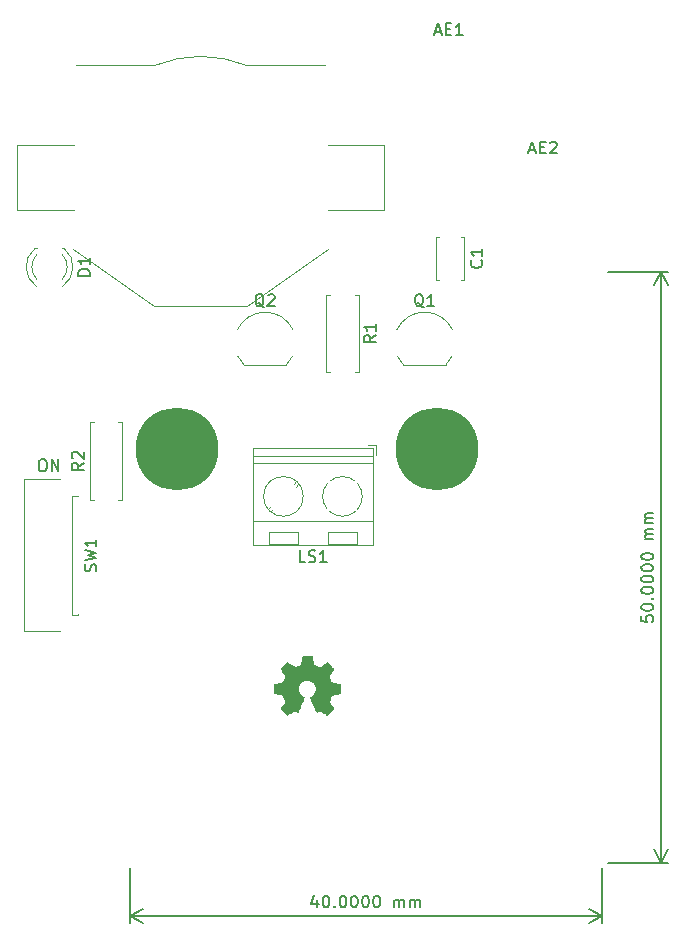
<source format=gbr>
G04 #@! TF.GenerationSoftware,KiCad,Pcbnew,7.0.8-7.0.8~ubuntu22.04.1*
G04 #@! TF.CreationDate,2024-03-20T18:35:26+09:00*
G04 #@! TF.ProjectId,emeater,656d6561-7465-4722-9e6b-696361645f70,rev?*
G04 #@! TF.SameCoordinates,Original*
G04 #@! TF.FileFunction,Legend,Top*
G04 #@! TF.FilePolarity,Positive*
%FSLAX46Y46*%
G04 Gerber Fmt 4.6, Leading zero omitted, Abs format (unit mm)*
G04 Created by KiCad (PCBNEW 7.0.8-7.0.8~ubuntu22.04.1) date 2024-03-20 18:35:26*
%MOMM*%
%LPD*%
G01*
G04 APERTURE LIST*
%ADD10C,0.150000*%
%ADD11C,0.002540*%
%ADD12C,0.120000*%
%ADD13C,7.000000*%
G04 APERTURE END LIST*
D10*
X102527255Y-90869819D02*
X102717731Y-90869819D01*
X102717731Y-90869819D02*
X102812969Y-90917438D01*
X102812969Y-90917438D02*
X102908207Y-91012676D01*
X102908207Y-91012676D02*
X102955826Y-91203152D01*
X102955826Y-91203152D02*
X102955826Y-91536485D01*
X102955826Y-91536485D02*
X102908207Y-91726961D01*
X102908207Y-91726961D02*
X102812969Y-91822200D01*
X102812969Y-91822200D02*
X102717731Y-91869819D01*
X102717731Y-91869819D02*
X102527255Y-91869819D01*
X102527255Y-91869819D02*
X102432017Y-91822200D01*
X102432017Y-91822200D02*
X102336779Y-91726961D01*
X102336779Y-91726961D02*
X102289160Y-91536485D01*
X102289160Y-91536485D02*
X102289160Y-91203152D01*
X102289160Y-91203152D02*
X102336779Y-91012676D01*
X102336779Y-91012676D02*
X102432017Y-90917438D01*
X102432017Y-90917438D02*
X102527255Y-90869819D01*
X103384398Y-91869819D02*
X103384398Y-90869819D01*
X103384398Y-90869819D02*
X103955826Y-91869819D01*
X103955826Y-91869819D02*
X103955826Y-90869819D01*
X125857143Y-128138152D02*
X125857143Y-128804819D01*
X125619048Y-127757200D02*
X125380953Y-128471485D01*
X125380953Y-128471485D02*
X126000000Y-128471485D01*
X126571429Y-127804819D02*
X126666667Y-127804819D01*
X126666667Y-127804819D02*
X126761905Y-127852438D01*
X126761905Y-127852438D02*
X126809524Y-127900057D01*
X126809524Y-127900057D02*
X126857143Y-127995295D01*
X126857143Y-127995295D02*
X126904762Y-128185771D01*
X126904762Y-128185771D02*
X126904762Y-128423866D01*
X126904762Y-128423866D02*
X126857143Y-128614342D01*
X126857143Y-128614342D02*
X126809524Y-128709580D01*
X126809524Y-128709580D02*
X126761905Y-128757200D01*
X126761905Y-128757200D02*
X126666667Y-128804819D01*
X126666667Y-128804819D02*
X126571429Y-128804819D01*
X126571429Y-128804819D02*
X126476191Y-128757200D01*
X126476191Y-128757200D02*
X126428572Y-128709580D01*
X126428572Y-128709580D02*
X126380953Y-128614342D01*
X126380953Y-128614342D02*
X126333334Y-128423866D01*
X126333334Y-128423866D02*
X126333334Y-128185771D01*
X126333334Y-128185771D02*
X126380953Y-127995295D01*
X126380953Y-127995295D02*
X126428572Y-127900057D01*
X126428572Y-127900057D02*
X126476191Y-127852438D01*
X126476191Y-127852438D02*
X126571429Y-127804819D01*
X127333334Y-128709580D02*
X127380953Y-128757200D01*
X127380953Y-128757200D02*
X127333334Y-128804819D01*
X127333334Y-128804819D02*
X127285715Y-128757200D01*
X127285715Y-128757200D02*
X127333334Y-128709580D01*
X127333334Y-128709580D02*
X127333334Y-128804819D01*
X128000000Y-127804819D02*
X128095238Y-127804819D01*
X128095238Y-127804819D02*
X128190476Y-127852438D01*
X128190476Y-127852438D02*
X128238095Y-127900057D01*
X128238095Y-127900057D02*
X128285714Y-127995295D01*
X128285714Y-127995295D02*
X128333333Y-128185771D01*
X128333333Y-128185771D02*
X128333333Y-128423866D01*
X128333333Y-128423866D02*
X128285714Y-128614342D01*
X128285714Y-128614342D02*
X128238095Y-128709580D01*
X128238095Y-128709580D02*
X128190476Y-128757200D01*
X128190476Y-128757200D02*
X128095238Y-128804819D01*
X128095238Y-128804819D02*
X128000000Y-128804819D01*
X128000000Y-128804819D02*
X127904762Y-128757200D01*
X127904762Y-128757200D02*
X127857143Y-128709580D01*
X127857143Y-128709580D02*
X127809524Y-128614342D01*
X127809524Y-128614342D02*
X127761905Y-128423866D01*
X127761905Y-128423866D02*
X127761905Y-128185771D01*
X127761905Y-128185771D02*
X127809524Y-127995295D01*
X127809524Y-127995295D02*
X127857143Y-127900057D01*
X127857143Y-127900057D02*
X127904762Y-127852438D01*
X127904762Y-127852438D02*
X128000000Y-127804819D01*
X128952381Y-127804819D02*
X129047619Y-127804819D01*
X129047619Y-127804819D02*
X129142857Y-127852438D01*
X129142857Y-127852438D02*
X129190476Y-127900057D01*
X129190476Y-127900057D02*
X129238095Y-127995295D01*
X129238095Y-127995295D02*
X129285714Y-128185771D01*
X129285714Y-128185771D02*
X129285714Y-128423866D01*
X129285714Y-128423866D02*
X129238095Y-128614342D01*
X129238095Y-128614342D02*
X129190476Y-128709580D01*
X129190476Y-128709580D02*
X129142857Y-128757200D01*
X129142857Y-128757200D02*
X129047619Y-128804819D01*
X129047619Y-128804819D02*
X128952381Y-128804819D01*
X128952381Y-128804819D02*
X128857143Y-128757200D01*
X128857143Y-128757200D02*
X128809524Y-128709580D01*
X128809524Y-128709580D02*
X128761905Y-128614342D01*
X128761905Y-128614342D02*
X128714286Y-128423866D01*
X128714286Y-128423866D02*
X128714286Y-128185771D01*
X128714286Y-128185771D02*
X128761905Y-127995295D01*
X128761905Y-127995295D02*
X128809524Y-127900057D01*
X128809524Y-127900057D02*
X128857143Y-127852438D01*
X128857143Y-127852438D02*
X128952381Y-127804819D01*
X129904762Y-127804819D02*
X130000000Y-127804819D01*
X130000000Y-127804819D02*
X130095238Y-127852438D01*
X130095238Y-127852438D02*
X130142857Y-127900057D01*
X130142857Y-127900057D02*
X130190476Y-127995295D01*
X130190476Y-127995295D02*
X130238095Y-128185771D01*
X130238095Y-128185771D02*
X130238095Y-128423866D01*
X130238095Y-128423866D02*
X130190476Y-128614342D01*
X130190476Y-128614342D02*
X130142857Y-128709580D01*
X130142857Y-128709580D02*
X130095238Y-128757200D01*
X130095238Y-128757200D02*
X130000000Y-128804819D01*
X130000000Y-128804819D02*
X129904762Y-128804819D01*
X129904762Y-128804819D02*
X129809524Y-128757200D01*
X129809524Y-128757200D02*
X129761905Y-128709580D01*
X129761905Y-128709580D02*
X129714286Y-128614342D01*
X129714286Y-128614342D02*
X129666667Y-128423866D01*
X129666667Y-128423866D02*
X129666667Y-128185771D01*
X129666667Y-128185771D02*
X129714286Y-127995295D01*
X129714286Y-127995295D02*
X129761905Y-127900057D01*
X129761905Y-127900057D02*
X129809524Y-127852438D01*
X129809524Y-127852438D02*
X129904762Y-127804819D01*
X130857143Y-127804819D02*
X130952381Y-127804819D01*
X130952381Y-127804819D02*
X131047619Y-127852438D01*
X131047619Y-127852438D02*
X131095238Y-127900057D01*
X131095238Y-127900057D02*
X131142857Y-127995295D01*
X131142857Y-127995295D02*
X131190476Y-128185771D01*
X131190476Y-128185771D02*
X131190476Y-128423866D01*
X131190476Y-128423866D02*
X131142857Y-128614342D01*
X131142857Y-128614342D02*
X131095238Y-128709580D01*
X131095238Y-128709580D02*
X131047619Y-128757200D01*
X131047619Y-128757200D02*
X130952381Y-128804819D01*
X130952381Y-128804819D02*
X130857143Y-128804819D01*
X130857143Y-128804819D02*
X130761905Y-128757200D01*
X130761905Y-128757200D02*
X130714286Y-128709580D01*
X130714286Y-128709580D02*
X130666667Y-128614342D01*
X130666667Y-128614342D02*
X130619048Y-128423866D01*
X130619048Y-128423866D02*
X130619048Y-128185771D01*
X130619048Y-128185771D02*
X130666667Y-127995295D01*
X130666667Y-127995295D02*
X130714286Y-127900057D01*
X130714286Y-127900057D02*
X130761905Y-127852438D01*
X130761905Y-127852438D02*
X130857143Y-127804819D01*
X132380953Y-128804819D02*
X132380953Y-128138152D01*
X132380953Y-128233390D02*
X132428572Y-128185771D01*
X132428572Y-128185771D02*
X132523810Y-128138152D01*
X132523810Y-128138152D02*
X132666667Y-128138152D01*
X132666667Y-128138152D02*
X132761905Y-128185771D01*
X132761905Y-128185771D02*
X132809524Y-128281009D01*
X132809524Y-128281009D02*
X132809524Y-128804819D01*
X132809524Y-128281009D02*
X132857143Y-128185771D01*
X132857143Y-128185771D02*
X132952381Y-128138152D01*
X132952381Y-128138152D02*
X133095238Y-128138152D01*
X133095238Y-128138152D02*
X133190477Y-128185771D01*
X133190477Y-128185771D02*
X133238096Y-128281009D01*
X133238096Y-128281009D02*
X133238096Y-128804819D01*
X133714286Y-128804819D02*
X133714286Y-128138152D01*
X133714286Y-128233390D02*
X133761905Y-128185771D01*
X133761905Y-128185771D02*
X133857143Y-128138152D01*
X133857143Y-128138152D02*
X134000000Y-128138152D01*
X134000000Y-128138152D02*
X134095238Y-128185771D01*
X134095238Y-128185771D02*
X134142857Y-128281009D01*
X134142857Y-128281009D02*
X134142857Y-128804819D01*
X134142857Y-128281009D02*
X134190476Y-128185771D01*
X134190476Y-128185771D02*
X134285714Y-128138152D01*
X134285714Y-128138152D02*
X134428571Y-128138152D01*
X134428571Y-128138152D02*
X134523810Y-128185771D01*
X134523810Y-128185771D02*
X134571429Y-128281009D01*
X134571429Y-128281009D02*
X134571429Y-128804819D01*
X110000000Y-125500000D02*
X110000000Y-130086420D01*
X150000000Y-125500000D02*
X150000000Y-130086420D01*
X110000000Y-129500000D02*
X150000000Y-129500000D01*
X110000000Y-129500000D02*
X150000000Y-129500000D01*
X110000000Y-129500000D02*
X111126504Y-128913579D01*
X110000000Y-129500000D02*
X111126504Y-130086421D01*
X150000000Y-129500000D02*
X148873496Y-130086421D01*
X150000000Y-129500000D02*
X148873496Y-128913579D01*
X153304819Y-104095237D02*
X153304819Y-104571427D01*
X153304819Y-104571427D02*
X153781009Y-104619046D01*
X153781009Y-104619046D02*
X153733390Y-104571427D01*
X153733390Y-104571427D02*
X153685771Y-104476189D01*
X153685771Y-104476189D02*
X153685771Y-104238094D01*
X153685771Y-104238094D02*
X153733390Y-104142856D01*
X153733390Y-104142856D02*
X153781009Y-104095237D01*
X153781009Y-104095237D02*
X153876247Y-104047618D01*
X153876247Y-104047618D02*
X154114342Y-104047618D01*
X154114342Y-104047618D02*
X154209580Y-104095237D01*
X154209580Y-104095237D02*
X154257200Y-104142856D01*
X154257200Y-104142856D02*
X154304819Y-104238094D01*
X154304819Y-104238094D02*
X154304819Y-104476189D01*
X154304819Y-104476189D02*
X154257200Y-104571427D01*
X154257200Y-104571427D02*
X154209580Y-104619046D01*
X153304819Y-103428570D02*
X153304819Y-103333332D01*
X153304819Y-103333332D02*
X153352438Y-103238094D01*
X153352438Y-103238094D02*
X153400057Y-103190475D01*
X153400057Y-103190475D02*
X153495295Y-103142856D01*
X153495295Y-103142856D02*
X153685771Y-103095237D01*
X153685771Y-103095237D02*
X153923866Y-103095237D01*
X153923866Y-103095237D02*
X154114342Y-103142856D01*
X154114342Y-103142856D02*
X154209580Y-103190475D01*
X154209580Y-103190475D02*
X154257200Y-103238094D01*
X154257200Y-103238094D02*
X154304819Y-103333332D01*
X154304819Y-103333332D02*
X154304819Y-103428570D01*
X154304819Y-103428570D02*
X154257200Y-103523808D01*
X154257200Y-103523808D02*
X154209580Y-103571427D01*
X154209580Y-103571427D02*
X154114342Y-103619046D01*
X154114342Y-103619046D02*
X153923866Y-103666665D01*
X153923866Y-103666665D02*
X153685771Y-103666665D01*
X153685771Y-103666665D02*
X153495295Y-103619046D01*
X153495295Y-103619046D02*
X153400057Y-103571427D01*
X153400057Y-103571427D02*
X153352438Y-103523808D01*
X153352438Y-103523808D02*
X153304819Y-103428570D01*
X154209580Y-102666665D02*
X154257200Y-102619046D01*
X154257200Y-102619046D02*
X154304819Y-102666665D01*
X154304819Y-102666665D02*
X154257200Y-102714284D01*
X154257200Y-102714284D02*
X154209580Y-102666665D01*
X154209580Y-102666665D02*
X154304819Y-102666665D01*
X153304819Y-101999999D02*
X153304819Y-101904761D01*
X153304819Y-101904761D02*
X153352438Y-101809523D01*
X153352438Y-101809523D02*
X153400057Y-101761904D01*
X153400057Y-101761904D02*
X153495295Y-101714285D01*
X153495295Y-101714285D02*
X153685771Y-101666666D01*
X153685771Y-101666666D02*
X153923866Y-101666666D01*
X153923866Y-101666666D02*
X154114342Y-101714285D01*
X154114342Y-101714285D02*
X154209580Y-101761904D01*
X154209580Y-101761904D02*
X154257200Y-101809523D01*
X154257200Y-101809523D02*
X154304819Y-101904761D01*
X154304819Y-101904761D02*
X154304819Y-101999999D01*
X154304819Y-101999999D02*
X154257200Y-102095237D01*
X154257200Y-102095237D02*
X154209580Y-102142856D01*
X154209580Y-102142856D02*
X154114342Y-102190475D01*
X154114342Y-102190475D02*
X153923866Y-102238094D01*
X153923866Y-102238094D02*
X153685771Y-102238094D01*
X153685771Y-102238094D02*
X153495295Y-102190475D01*
X153495295Y-102190475D02*
X153400057Y-102142856D01*
X153400057Y-102142856D02*
X153352438Y-102095237D01*
X153352438Y-102095237D02*
X153304819Y-101999999D01*
X153304819Y-101047618D02*
X153304819Y-100952380D01*
X153304819Y-100952380D02*
X153352438Y-100857142D01*
X153352438Y-100857142D02*
X153400057Y-100809523D01*
X153400057Y-100809523D02*
X153495295Y-100761904D01*
X153495295Y-100761904D02*
X153685771Y-100714285D01*
X153685771Y-100714285D02*
X153923866Y-100714285D01*
X153923866Y-100714285D02*
X154114342Y-100761904D01*
X154114342Y-100761904D02*
X154209580Y-100809523D01*
X154209580Y-100809523D02*
X154257200Y-100857142D01*
X154257200Y-100857142D02*
X154304819Y-100952380D01*
X154304819Y-100952380D02*
X154304819Y-101047618D01*
X154304819Y-101047618D02*
X154257200Y-101142856D01*
X154257200Y-101142856D02*
X154209580Y-101190475D01*
X154209580Y-101190475D02*
X154114342Y-101238094D01*
X154114342Y-101238094D02*
X153923866Y-101285713D01*
X153923866Y-101285713D02*
X153685771Y-101285713D01*
X153685771Y-101285713D02*
X153495295Y-101238094D01*
X153495295Y-101238094D02*
X153400057Y-101190475D01*
X153400057Y-101190475D02*
X153352438Y-101142856D01*
X153352438Y-101142856D02*
X153304819Y-101047618D01*
X153304819Y-100095237D02*
X153304819Y-99999999D01*
X153304819Y-99999999D02*
X153352438Y-99904761D01*
X153352438Y-99904761D02*
X153400057Y-99857142D01*
X153400057Y-99857142D02*
X153495295Y-99809523D01*
X153495295Y-99809523D02*
X153685771Y-99761904D01*
X153685771Y-99761904D02*
X153923866Y-99761904D01*
X153923866Y-99761904D02*
X154114342Y-99809523D01*
X154114342Y-99809523D02*
X154209580Y-99857142D01*
X154209580Y-99857142D02*
X154257200Y-99904761D01*
X154257200Y-99904761D02*
X154304819Y-99999999D01*
X154304819Y-99999999D02*
X154304819Y-100095237D01*
X154304819Y-100095237D02*
X154257200Y-100190475D01*
X154257200Y-100190475D02*
X154209580Y-100238094D01*
X154209580Y-100238094D02*
X154114342Y-100285713D01*
X154114342Y-100285713D02*
X153923866Y-100333332D01*
X153923866Y-100333332D02*
X153685771Y-100333332D01*
X153685771Y-100333332D02*
X153495295Y-100285713D01*
X153495295Y-100285713D02*
X153400057Y-100238094D01*
X153400057Y-100238094D02*
X153352438Y-100190475D01*
X153352438Y-100190475D02*
X153304819Y-100095237D01*
X153304819Y-99142856D02*
X153304819Y-99047618D01*
X153304819Y-99047618D02*
X153352438Y-98952380D01*
X153352438Y-98952380D02*
X153400057Y-98904761D01*
X153400057Y-98904761D02*
X153495295Y-98857142D01*
X153495295Y-98857142D02*
X153685771Y-98809523D01*
X153685771Y-98809523D02*
X153923866Y-98809523D01*
X153923866Y-98809523D02*
X154114342Y-98857142D01*
X154114342Y-98857142D02*
X154209580Y-98904761D01*
X154209580Y-98904761D02*
X154257200Y-98952380D01*
X154257200Y-98952380D02*
X154304819Y-99047618D01*
X154304819Y-99047618D02*
X154304819Y-99142856D01*
X154304819Y-99142856D02*
X154257200Y-99238094D01*
X154257200Y-99238094D02*
X154209580Y-99285713D01*
X154209580Y-99285713D02*
X154114342Y-99333332D01*
X154114342Y-99333332D02*
X153923866Y-99380951D01*
X153923866Y-99380951D02*
X153685771Y-99380951D01*
X153685771Y-99380951D02*
X153495295Y-99333332D01*
X153495295Y-99333332D02*
X153400057Y-99285713D01*
X153400057Y-99285713D02*
X153352438Y-99238094D01*
X153352438Y-99238094D02*
X153304819Y-99142856D01*
X154304819Y-97619046D02*
X153638152Y-97619046D01*
X153733390Y-97619046D02*
X153685771Y-97571427D01*
X153685771Y-97571427D02*
X153638152Y-97476189D01*
X153638152Y-97476189D02*
X153638152Y-97333332D01*
X153638152Y-97333332D02*
X153685771Y-97238094D01*
X153685771Y-97238094D02*
X153781009Y-97190475D01*
X153781009Y-97190475D02*
X154304819Y-97190475D01*
X153781009Y-97190475D02*
X153685771Y-97142856D01*
X153685771Y-97142856D02*
X153638152Y-97047618D01*
X153638152Y-97047618D02*
X153638152Y-96904761D01*
X153638152Y-96904761D02*
X153685771Y-96809522D01*
X153685771Y-96809522D02*
X153781009Y-96761903D01*
X153781009Y-96761903D02*
X154304819Y-96761903D01*
X154304819Y-96285713D02*
X153638152Y-96285713D01*
X153733390Y-96285713D02*
X153685771Y-96238094D01*
X153685771Y-96238094D02*
X153638152Y-96142856D01*
X153638152Y-96142856D02*
X153638152Y-95999999D01*
X153638152Y-95999999D02*
X153685771Y-95904761D01*
X153685771Y-95904761D02*
X153781009Y-95857142D01*
X153781009Y-95857142D02*
X154304819Y-95857142D01*
X153781009Y-95857142D02*
X153685771Y-95809523D01*
X153685771Y-95809523D02*
X153638152Y-95714285D01*
X153638152Y-95714285D02*
X153638152Y-95571428D01*
X153638152Y-95571428D02*
X153685771Y-95476189D01*
X153685771Y-95476189D02*
X153781009Y-95428570D01*
X153781009Y-95428570D02*
X154304819Y-95428570D01*
X150500000Y-125000000D02*
X155586420Y-125000000D01*
X150500000Y-75000000D02*
X155586420Y-75000000D01*
X155000000Y-125000000D02*
X155000000Y-75000000D01*
X155000000Y-125000000D02*
X155000000Y-75000000D01*
X155000000Y-125000000D02*
X154413579Y-123873496D01*
X155000000Y-125000000D02*
X155586421Y-123873496D01*
X155000000Y-75000000D02*
X155586421Y-76126504D01*
X155000000Y-75000000D02*
X154413579Y-76126504D01*
X106084819Y-91166666D02*
X105608628Y-91499999D01*
X106084819Y-91738094D02*
X105084819Y-91738094D01*
X105084819Y-91738094D02*
X105084819Y-91357142D01*
X105084819Y-91357142D02*
X105132438Y-91261904D01*
X105132438Y-91261904D02*
X105180057Y-91214285D01*
X105180057Y-91214285D02*
X105275295Y-91166666D01*
X105275295Y-91166666D02*
X105418152Y-91166666D01*
X105418152Y-91166666D02*
X105513390Y-91214285D01*
X105513390Y-91214285D02*
X105561009Y-91261904D01*
X105561009Y-91261904D02*
X105608628Y-91357142D01*
X105608628Y-91357142D02*
X105608628Y-91738094D01*
X105180057Y-90785713D02*
X105132438Y-90738094D01*
X105132438Y-90738094D02*
X105084819Y-90642856D01*
X105084819Y-90642856D02*
X105084819Y-90404761D01*
X105084819Y-90404761D02*
X105132438Y-90309523D01*
X105132438Y-90309523D02*
X105180057Y-90261904D01*
X105180057Y-90261904D02*
X105275295Y-90214285D01*
X105275295Y-90214285D02*
X105370533Y-90214285D01*
X105370533Y-90214285D02*
X105513390Y-90261904D01*
X105513390Y-90261904D02*
X106084819Y-90833332D01*
X106084819Y-90833332D02*
X106084819Y-90214285D01*
X106614819Y-75308094D02*
X105614819Y-75308094D01*
X105614819Y-75308094D02*
X105614819Y-75069999D01*
X105614819Y-75069999D02*
X105662438Y-74927142D01*
X105662438Y-74927142D02*
X105757676Y-74831904D01*
X105757676Y-74831904D02*
X105852914Y-74784285D01*
X105852914Y-74784285D02*
X106043390Y-74736666D01*
X106043390Y-74736666D02*
X106186247Y-74736666D01*
X106186247Y-74736666D02*
X106376723Y-74784285D01*
X106376723Y-74784285D02*
X106471961Y-74831904D01*
X106471961Y-74831904D02*
X106567200Y-74927142D01*
X106567200Y-74927142D02*
X106614819Y-75069999D01*
X106614819Y-75069999D02*
X106614819Y-75308094D01*
X106614819Y-73784285D02*
X106614819Y-74355713D01*
X106614819Y-74069999D02*
X105614819Y-74069999D01*
X105614819Y-74069999D02*
X105757676Y-74165237D01*
X105757676Y-74165237D02*
X105852914Y-74260475D01*
X105852914Y-74260475D02*
X105900533Y-74355713D01*
X143833333Y-64669104D02*
X144309523Y-64669104D01*
X143738095Y-64954819D02*
X144071428Y-63954819D01*
X144071428Y-63954819D02*
X144404761Y-64954819D01*
X144738095Y-64431009D02*
X145071428Y-64431009D01*
X145214285Y-64954819D02*
X144738095Y-64954819D01*
X144738095Y-64954819D02*
X144738095Y-63954819D01*
X144738095Y-63954819D02*
X145214285Y-63954819D01*
X145595238Y-64050057D02*
X145642857Y-64002438D01*
X145642857Y-64002438D02*
X145738095Y-63954819D01*
X145738095Y-63954819D02*
X145976190Y-63954819D01*
X145976190Y-63954819D02*
X146071428Y-64002438D01*
X146071428Y-64002438D02*
X146119047Y-64050057D01*
X146119047Y-64050057D02*
X146166666Y-64145295D01*
X146166666Y-64145295D02*
X146166666Y-64240533D01*
X146166666Y-64240533D02*
X146119047Y-64383390D01*
X146119047Y-64383390D02*
X145547619Y-64954819D01*
X145547619Y-64954819D02*
X146166666Y-64954819D01*
X135833333Y-54669104D02*
X136309523Y-54669104D01*
X135738095Y-54954819D02*
X136071428Y-53954819D01*
X136071428Y-53954819D02*
X136404761Y-54954819D01*
X136738095Y-54431009D02*
X137071428Y-54431009D01*
X137214285Y-54954819D02*
X136738095Y-54954819D01*
X136738095Y-54954819D02*
X136738095Y-53954819D01*
X136738095Y-53954819D02*
X137214285Y-53954819D01*
X138166666Y-54954819D02*
X137595238Y-54954819D01*
X137880952Y-54954819D02*
X137880952Y-53954819D01*
X137880952Y-53954819D02*
X137785714Y-54097676D01*
X137785714Y-54097676D02*
X137690476Y-54192914D01*
X137690476Y-54192914D02*
X137595238Y-54240533D01*
X124857142Y-99564819D02*
X124380952Y-99564819D01*
X124380952Y-99564819D02*
X124380952Y-98564819D01*
X125142857Y-99517200D02*
X125285714Y-99564819D01*
X125285714Y-99564819D02*
X125523809Y-99564819D01*
X125523809Y-99564819D02*
X125619047Y-99517200D01*
X125619047Y-99517200D02*
X125666666Y-99469580D01*
X125666666Y-99469580D02*
X125714285Y-99374342D01*
X125714285Y-99374342D02*
X125714285Y-99279104D01*
X125714285Y-99279104D02*
X125666666Y-99183866D01*
X125666666Y-99183866D02*
X125619047Y-99136247D01*
X125619047Y-99136247D02*
X125523809Y-99088628D01*
X125523809Y-99088628D02*
X125333333Y-99041009D01*
X125333333Y-99041009D02*
X125238095Y-98993390D01*
X125238095Y-98993390D02*
X125190476Y-98945771D01*
X125190476Y-98945771D02*
X125142857Y-98850533D01*
X125142857Y-98850533D02*
X125142857Y-98755295D01*
X125142857Y-98755295D02*
X125190476Y-98660057D01*
X125190476Y-98660057D02*
X125238095Y-98612438D01*
X125238095Y-98612438D02*
X125333333Y-98564819D01*
X125333333Y-98564819D02*
X125571428Y-98564819D01*
X125571428Y-98564819D02*
X125714285Y-98612438D01*
X126666666Y-99564819D02*
X126095238Y-99564819D01*
X126380952Y-99564819D02*
X126380952Y-98564819D01*
X126380952Y-98564819D02*
X126285714Y-98707676D01*
X126285714Y-98707676D02*
X126190476Y-98802914D01*
X126190476Y-98802914D02*
X126095238Y-98850533D01*
X121364761Y-77990057D02*
X121269523Y-77942438D01*
X121269523Y-77942438D02*
X121174285Y-77847200D01*
X121174285Y-77847200D02*
X121031428Y-77704342D01*
X121031428Y-77704342D02*
X120936190Y-77656723D01*
X120936190Y-77656723D02*
X120840952Y-77656723D01*
X120888571Y-77894819D02*
X120793333Y-77847200D01*
X120793333Y-77847200D02*
X120698095Y-77751961D01*
X120698095Y-77751961D02*
X120650476Y-77561485D01*
X120650476Y-77561485D02*
X120650476Y-77228152D01*
X120650476Y-77228152D02*
X120698095Y-77037676D01*
X120698095Y-77037676D02*
X120793333Y-76942438D01*
X120793333Y-76942438D02*
X120888571Y-76894819D01*
X120888571Y-76894819D02*
X121079047Y-76894819D01*
X121079047Y-76894819D02*
X121174285Y-76942438D01*
X121174285Y-76942438D02*
X121269523Y-77037676D01*
X121269523Y-77037676D02*
X121317142Y-77228152D01*
X121317142Y-77228152D02*
X121317142Y-77561485D01*
X121317142Y-77561485D02*
X121269523Y-77751961D01*
X121269523Y-77751961D02*
X121174285Y-77847200D01*
X121174285Y-77847200D02*
X121079047Y-77894819D01*
X121079047Y-77894819D02*
X120888571Y-77894819D01*
X121698095Y-76990057D02*
X121745714Y-76942438D01*
X121745714Y-76942438D02*
X121840952Y-76894819D01*
X121840952Y-76894819D02*
X122079047Y-76894819D01*
X122079047Y-76894819D02*
X122174285Y-76942438D01*
X122174285Y-76942438D02*
X122221904Y-76990057D01*
X122221904Y-76990057D02*
X122269523Y-77085295D01*
X122269523Y-77085295D02*
X122269523Y-77180533D01*
X122269523Y-77180533D02*
X122221904Y-77323390D01*
X122221904Y-77323390D02*
X121650476Y-77894819D01*
X121650476Y-77894819D02*
X122269523Y-77894819D01*
X130824819Y-80356666D02*
X130348628Y-80689999D01*
X130824819Y-80928094D02*
X129824819Y-80928094D01*
X129824819Y-80928094D02*
X129824819Y-80547142D01*
X129824819Y-80547142D02*
X129872438Y-80451904D01*
X129872438Y-80451904D02*
X129920057Y-80404285D01*
X129920057Y-80404285D02*
X130015295Y-80356666D01*
X130015295Y-80356666D02*
X130158152Y-80356666D01*
X130158152Y-80356666D02*
X130253390Y-80404285D01*
X130253390Y-80404285D02*
X130301009Y-80451904D01*
X130301009Y-80451904D02*
X130348628Y-80547142D01*
X130348628Y-80547142D02*
X130348628Y-80928094D01*
X130824819Y-79404285D02*
X130824819Y-79975713D01*
X130824819Y-79689999D02*
X129824819Y-79689999D01*
X129824819Y-79689999D02*
X129967676Y-79785237D01*
X129967676Y-79785237D02*
X130062914Y-79880475D01*
X130062914Y-79880475D02*
X130110533Y-79975713D01*
X107117200Y-100333332D02*
X107164819Y-100190475D01*
X107164819Y-100190475D02*
X107164819Y-99952380D01*
X107164819Y-99952380D02*
X107117200Y-99857142D01*
X107117200Y-99857142D02*
X107069580Y-99809523D01*
X107069580Y-99809523D02*
X106974342Y-99761904D01*
X106974342Y-99761904D02*
X106879104Y-99761904D01*
X106879104Y-99761904D02*
X106783866Y-99809523D01*
X106783866Y-99809523D02*
X106736247Y-99857142D01*
X106736247Y-99857142D02*
X106688628Y-99952380D01*
X106688628Y-99952380D02*
X106641009Y-100142856D01*
X106641009Y-100142856D02*
X106593390Y-100238094D01*
X106593390Y-100238094D02*
X106545771Y-100285713D01*
X106545771Y-100285713D02*
X106450533Y-100333332D01*
X106450533Y-100333332D02*
X106355295Y-100333332D01*
X106355295Y-100333332D02*
X106260057Y-100285713D01*
X106260057Y-100285713D02*
X106212438Y-100238094D01*
X106212438Y-100238094D02*
X106164819Y-100142856D01*
X106164819Y-100142856D02*
X106164819Y-99904761D01*
X106164819Y-99904761D02*
X106212438Y-99761904D01*
X106164819Y-99428570D02*
X107164819Y-99190475D01*
X107164819Y-99190475D02*
X106450533Y-98999999D01*
X106450533Y-98999999D02*
X107164819Y-98809523D01*
X107164819Y-98809523D02*
X106164819Y-98571428D01*
X107164819Y-97666666D02*
X107164819Y-98238094D01*
X107164819Y-97952380D02*
X106164819Y-97952380D01*
X106164819Y-97952380D02*
X106307676Y-98047618D01*
X106307676Y-98047618D02*
X106402914Y-98142856D01*
X106402914Y-98142856D02*
X106450533Y-98238094D01*
X134864761Y-77990057D02*
X134769523Y-77942438D01*
X134769523Y-77942438D02*
X134674285Y-77847200D01*
X134674285Y-77847200D02*
X134531428Y-77704342D01*
X134531428Y-77704342D02*
X134436190Y-77656723D01*
X134436190Y-77656723D02*
X134340952Y-77656723D01*
X134388571Y-77894819D02*
X134293333Y-77847200D01*
X134293333Y-77847200D02*
X134198095Y-77751961D01*
X134198095Y-77751961D02*
X134150476Y-77561485D01*
X134150476Y-77561485D02*
X134150476Y-77228152D01*
X134150476Y-77228152D02*
X134198095Y-77037676D01*
X134198095Y-77037676D02*
X134293333Y-76942438D01*
X134293333Y-76942438D02*
X134388571Y-76894819D01*
X134388571Y-76894819D02*
X134579047Y-76894819D01*
X134579047Y-76894819D02*
X134674285Y-76942438D01*
X134674285Y-76942438D02*
X134769523Y-77037676D01*
X134769523Y-77037676D02*
X134817142Y-77228152D01*
X134817142Y-77228152D02*
X134817142Y-77561485D01*
X134817142Y-77561485D02*
X134769523Y-77751961D01*
X134769523Y-77751961D02*
X134674285Y-77847200D01*
X134674285Y-77847200D02*
X134579047Y-77894819D01*
X134579047Y-77894819D02*
X134388571Y-77894819D01*
X135769523Y-77894819D02*
X135198095Y-77894819D01*
X135483809Y-77894819D02*
X135483809Y-76894819D01*
X135483809Y-76894819D02*
X135388571Y-77037676D01*
X135388571Y-77037676D02*
X135293333Y-77132914D01*
X135293333Y-77132914D02*
X135198095Y-77180533D01*
X139759580Y-74016666D02*
X139807200Y-74064285D01*
X139807200Y-74064285D02*
X139854819Y-74207142D01*
X139854819Y-74207142D02*
X139854819Y-74302380D01*
X139854819Y-74302380D02*
X139807200Y-74445237D01*
X139807200Y-74445237D02*
X139711961Y-74540475D01*
X139711961Y-74540475D02*
X139616723Y-74588094D01*
X139616723Y-74588094D02*
X139426247Y-74635713D01*
X139426247Y-74635713D02*
X139283390Y-74635713D01*
X139283390Y-74635713D02*
X139092914Y-74588094D01*
X139092914Y-74588094D02*
X138997676Y-74540475D01*
X138997676Y-74540475D02*
X138902438Y-74445237D01*
X138902438Y-74445237D02*
X138854819Y-74302380D01*
X138854819Y-74302380D02*
X138854819Y-74207142D01*
X138854819Y-74207142D02*
X138902438Y-74064285D01*
X138902438Y-74064285D02*
X138950057Y-74016666D01*
X139854819Y-73064285D02*
X139854819Y-73635713D01*
X139854819Y-73349999D02*
X138854819Y-73349999D01*
X138854819Y-73349999D02*
X138997676Y-73445237D01*
X138997676Y-73445237D02*
X139092914Y-73540475D01*
X139092914Y-73540475D02*
X139140533Y-73635713D01*
D11*
X125302260Y-107503180D02*
X125365760Y-107508260D01*
X125386080Y-107513340D01*
X125393700Y-107543820D01*
X125408940Y-107620020D01*
X125429260Y-107729240D01*
X125454660Y-107861320D01*
X125459740Y-107884180D01*
X125485140Y-108021340D01*
X125508000Y-108135640D01*
X125528320Y-108219460D01*
X125541020Y-108257560D01*
X125541020Y-108260100D01*
X125574040Y-108277880D01*
X125645160Y-108310900D01*
X125736600Y-108349000D01*
X125840740Y-108392180D01*
X125937260Y-108427740D01*
X126016000Y-108455680D01*
X126061720Y-108470920D01*
X126066800Y-108470920D01*
X126094740Y-108453140D01*
X126160780Y-108409960D01*
X126254760Y-108346460D01*
X126366520Y-108270260D01*
X126374140Y-108265180D01*
X126485900Y-108188980D01*
X126582420Y-108122940D01*
X126651000Y-108077220D01*
X126684020Y-108056900D01*
X126686560Y-108056900D01*
X126709420Y-108064520D01*
X126755140Y-108102620D01*
X126831340Y-108171200D01*
X126938020Y-108277880D01*
X126968500Y-108308360D01*
X127067560Y-108404880D01*
X127148840Y-108491240D01*
X127204720Y-108554740D01*
X127230120Y-108587760D01*
X127214880Y-108618240D01*
X127174240Y-108686820D01*
X127113280Y-108780800D01*
X127037080Y-108892560D01*
X127032000Y-108900180D01*
X126953260Y-109011940D01*
X126889760Y-109105920D01*
X126844040Y-109174500D01*
X126826260Y-109207520D01*
X126823720Y-109207520D01*
X126831340Y-109238000D01*
X126856740Y-109309120D01*
X126894840Y-109400560D01*
X126938020Y-109504700D01*
X126981200Y-109603760D01*
X127019300Y-109685040D01*
X127044700Y-109735840D01*
X127052320Y-109746000D01*
X127085340Y-109756160D01*
X127161540Y-109773940D01*
X127273300Y-109796800D01*
X127402840Y-109822200D01*
X127413000Y-109824740D01*
X127545080Y-109850140D01*
X127654300Y-109870460D01*
X127733040Y-109888240D01*
X127768600Y-109895860D01*
X127773680Y-109926340D01*
X127776220Y-110002540D01*
X127778760Y-110116840D01*
X127781300Y-110264160D01*
X127781300Y-110281940D01*
X127781300Y-110434340D01*
X127778760Y-110541020D01*
X127776220Y-110607060D01*
X127771140Y-110645160D01*
X127766060Y-110662940D01*
X127755900Y-110668020D01*
X127720340Y-110675640D01*
X127639060Y-110690880D01*
X127529840Y-110711200D01*
X127407920Y-110734060D01*
X127278380Y-110756920D01*
X127169160Y-110779780D01*
X127095500Y-110797560D01*
X127065020Y-110807720D01*
X127049780Y-110840740D01*
X127019300Y-110911860D01*
X126976120Y-111013460D01*
X126943100Y-111097280D01*
X126833880Y-111369060D01*
X127032000Y-111656080D01*
X127108200Y-111767840D01*
X127169160Y-111864360D01*
X127212340Y-111930400D01*
X127230120Y-111963420D01*
X127212340Y-111991360D01*
X127159000Y-112047240D01*
X127082800Y-112128520D01*
X126988820Y-112225040D01*
X126971040Y-112242820D01*
X126854200Y-112357120D01*
X126772920Y-112433320D01*
X126719580Y-112479040D01*
X126689100Y-112494280D01*
X126684020Y-112494280D01*
X126651000Y-112476500D01*
X126582420Y-112433320D01*
X126488440Y-112372360D01*
X126386840Y-112303780D01*
X126280160Y-112230120D01*
X126191260Y-112169160D01*
X126130300Y-112131060D01*
X126104900Y-112118360D01*
X126076960Y-112128520D01*
X126013460Y-112159000D01*
X125957580Y-112186940D01*
X125873760Y-112227580D01*
X125828040Y-112245360D01*
X125807720Y-112240280D01*
X125805180Y-112240280D01*
X125789940Y-112209800D01*
X125756920Y-112133600D01*
X125708660Y-112021840D01*
X125650240Y-111882140D01*
X125581660Y-111717040D01*
X125541020Y-111623060D01*
X125292100Y-111023620D01*
X125327660Y-110995680D01*
X125370840Y-110960120D01*
X125439420Y-110911860D01*
X125457200Y-110896620D01*
X125599440Y-110759460D01*
X125703580Y-110591820D01*
X125759460Y-110406400D01*
X125769620Y-110210820D01*
X125762000Y-110165100D01*
X125708660Y-109987300D01*
X125612140Y-109822200D01*
X125543560Y-109740920D01*
X125378460Y-109616460D01*
X125193040Y-109542800D01*
X125000000Y-109522480D01*
X124796800Y-109545340D01*
X124616460Y-109624080D01*
X124464060Y-109746000D01*
X124337060Y-109908560D01*
X124260860Y-110091440D01*
X124238000Y-110281940D01*
X124265940Y-110485140D01*
X124344680Y-110670560D01*
X124474220Y-110833120D01*
X124606300Y-110939800D01*
X124667260Y-110985520D01*
X124702820Y-111018540D01*
X124705360Y-111026160D01*
X124695200Y-111059180D01*
X124664720Y-111132840D01*
X124621540Y-111242060D01*
X124568200Y-111374140D01*
X124507240Y-111524000D01*
X124441200Y-111678940D01*
X124377700Y-111831340D01*
X124316740Y-111971040D01*
X124263400Y-112092960D01*
X124225300Y-112184400D01*
X124199900Y-112237740D01*
X124192280Y-112245360D01*
X124159260Y-112240280D01*
X124088140Y-112209800D01*
X124044960Y-112186940D01*
X123968760Y-112148840D01*
X123915420Y-112123440D01*
X123902720Y-112118360D01*
X123874780Y-112131060D01*
X123811280Y-112171700D01*
X123722380Y-112232660D01*
X123610620Y-112308860D01*
X123501400Y-112382520D01*
X123407420Y-112443480D01*
X123343920Y-112484120D01*
X123313440Y-112499360D01*
X123288040Y-112479040D01*
X123232160Y-112428240D01*
X123148340Y-112352040D01*
X123051820Y-112258060D01*
X123031500Y-112240280D01*
X122909580Y-112118360D01*
X122825760Y-112032000D01*
X122782580Y-111981200D01*
X122772420Y-111958340D01*
X122792740Y-111927860D01*
X122835920Y-111861820D01*
X122899420Y-111767840D01*
X122973080Y-111658620D01*
X123046740Y-111549400D01*
X123107700Y-111457960D01*
X123150880Y-111391920D01*
X123166120Y-111363980D01*
X123155960Y-111325880D01*
X123128020Y-111252220D01*
X123089920Y-111153160D01*
X123044200Y-111049020D01*
X123001020Y-110947420D01*
X122962920Y-110861060D01*
X122934980Y-110807720D01*
X122927360Y-110797560D01*
X122891800Y-110789940D01*
X122813060Y-110774700D01*
X122701300Y-110754380D01*
X122592080Y-110734060D01*
X122465080Y-110708660D01*
X122355860Y-110688340D01*
X122279660Y-110670560D01*
X122249180Y-110662940D01*
X122218700Y-110647700D01*
X122226320Y-109895860D01*
X122432060Y-109855220D01*
X122561600Y-109829820D01*
X122698760Y-109804420D01*
X122797820Y-109786640D01*
X122960380Y-109753620D01*
X123069600Y-109507240D01*
X123115320Y-109398020D01*
X123153420Y-109304040D01*
X123173740Y-109243080D01*
X123178820Y-109227840D01*
X123163580Y-109192280D01*
X123117860Y-109116080D01*
X123051820Y-109011940D01*
X122988320Y-108920500D01*
X122912120Y-108808740D01*
X122848620Y-108714760D01*
X122802900Y-108646180D01*
X122782580Y-108613160D01*
X122780040Y-108597920D01*
X122790200Y-108575060D01*
X122820680Y-108536960D01*
X122874020Y-108478540D01*
X122960380Y-108392180D01*
X123034040Y-108318520D01*
X123130560Y-108222000D01*
X123216920Y-108138180D01*
X123277880Y-108079760D01*
X123308360Y-108054360D01*
X123310900Y-108051820D01*
X123338840Y-108067060D01*
X123402340Y-108107700D01*
X123493780Y-108171200D01*
X123605540Y-108247400D01*
X123636020Y-108265180D01*
X123948440Y-108481080D01*
X124202440Y-108376940D01*
X124311660Y-108333760D01*
X124400560Y-108295660D01*
X124456440Y-108272800D01*
X124466600Y-108265180D01*
X124476760Y-108237240D01*
X124492000Y-108161040D01*
X124514860Y-108054360D01*
X124537720Y-107922280D01*
X124542800Y-107896880D01*
X124570740Y-107759720D01*
X124593600Y-107645420D01*
X124611380Y-107561600D01*
X124624080Y-107520960D01*
X124624080Y-107518420D01*
X124654560Y-107513340D01*
X124730760Y-107508260D01*
X124834900Y-107503180D01*
X124959360Y-107500640D01*
X125083820Y-107500640D01*
X125203200Y-107500640D01*
X125302260Y-107503180D01*
G36*
X125302260Y-107503180D02*
G01*
X125365760Y-107508260D01*
X125386080Y-107513340D01*
X125393700Y-107543820D01*
X125408940Y-107620020D01*
X125429260Y-107729240D01*
X125454660Y-107861320D01*
X125459740Y-107884180D01*
X125485140Y-108021340D01*
X125508000Y-108135640D01*
X125528320Y-108219460D01*
X125541020Y-108257560D01*
X125541020Y-108260100D01*
X125574040Y-108277880D01*
X125645160Y-108310900D01*
X125736600Y-108349000D01*
X125840740Y-108392180D01*
X125937260Y-108427740D01*
X126016000Y-108455680D01*
X126061720Y-108470920D01*
X126066800Y-108470920D01*
X126094740Y-108453140D01*
X126160780Y-108409960D01*
X126254760Y-108346460D01*
X126366520Y-108270260D01*
X126374140Y-108265180D01*
X126485900Y-108188980D01*
X126582420Y-108122940D01*
X126651000Y-108077220D01*
X126684020Y-108056900D01*
X126686560Y-108056900D01*
X126709420Y-108064520D01*
X126755140Y-108102620D01*
X126831340Y-108171200D01*
X126938020Y-108277880D01*
X126968500Y-108308360D01*
X127067560Y-108404880D01*
X127148840Y-108491240D01*
X127204720Y-108554740D01*
X127230120Y-108587760D01*
X127214880Y-108618240D01*
X127174240Y-108686820D01*
X127113280Y-108780800D01*
X127037080Y-108892560D01*
X127032000Y-108900180D01*
X126953260Y-109011940D01*
X126889760Y-109105920D01*
X126844040Y-109174500D01*
X126826260Y-109207520D01*
X126823720Y-109207520D01*
X126831340Y-109238000D01*
X126856740Y-109309120D01*
X126894840Y-109400560D01*
X126938020Y-109504700D01*
X126981200Y-109603760D01*
X127019300Y-109685040D01*
X127044700Y-109735840D01*
X127052320Y-109746000D01*
X127085340Y-109756160D01*
X127161540Y-109773940D01*
X127273300Y-109796800D01*
X127402840Y-109822200D01*
X127413000Y-109824740D01*
X127545080Y-109850140D01*
X127654300Y-109870460D01*
X127733040Y-109888240D01*
X127768600Y-109895860D01*
X127773680Y-109926340D01*
X127776220Y-110002540D01*
X127778760Y-110116840D01*
X127781300Y-110264160D01*
X127781300Y-110281940D01*
X127781300Y-110434340D01*
X127778760Y-110541020D01*
X127776220Y-110607060D01*
X127771140Y-110645160D01*
X127766060Y-110662940D01*
X127755900Y-110668020D01*
X127720340Y-110675640D01*
X127639060Y-110690880D01*
X127529840Y-110711200D01*
X127407920Y-110734060D01*
X127278380Y-110756920D01*
X127169160Y-110779780D01*
X127095500Y-110797560D01*
X127065020Y-110807720D01*
X127049780Y-110840740D01*
X127019300Y-110911860D01*
X126976120Y-111013460D01*
X126943100Y-111097280D01*
X126833880Y-111369060D01*
X127032000Y-111656080D01*
X127108200Y-111767840D01*
X127169160Y-111864360D01*
X127212340Y-111930400D01*
X127230120Y-111963420D01*
X127212340Y-111991360D01*
X127159000Y-112047240D01*
X127082800Y-112128520D01*
X126988820Y-112225040D01*
X126971040Y-112242820D01*
X126854200Y-112357120D01*
X126772920Y-112433320D01*
X126719580Y-112479040D01*
X126689100Y-112494280D01*
X126684020Y-112494280D01*
X126651000Y-112476500D01*
X126582420Y-112433320D01*
X126488440Y-112372360D01*
X126386840Y-112303780D01*
X126280160Y-112230120D01*
X126191260Y-112169160D01*
X126130300Y-112131060D01*
X126104900Y-112118360D01*
X126076960Y-112128520D01*
X126013460Y-112159000D01*
X125957580Y-112186940D01*
X125873760Y-112227580D01*
X125828040Y-112245360D01*
X125807720Y-112240280D01*
X125805180Y-112240280D01*
X125789940Y-112209800D01*
X125756920Y-112133600D01*
X125708660Y-112021840D01*
X125650240Y-111882140D01*
X125581660Y-111717040D01*
X125541020Y-111623060D01*
X125292100Y-111023620D01*
X125327660Y-110995680D01*
X125370840Y-110960120D01*
X125439420Y-110911860D01*
X125457200Y-110896620D01*
X125599440Y-110759460D01*
X125703580Y-110591820D01*
X125759460Y-110406400D01*
X125769620Y-110210820D01*
X125762000Y-110165100D01*
X125708660Y-109987300D01*
X125612140Y-109822200D01*
X125543560Y-109740920D01*
X125378460Y-109616460D01*
X125193040Y-109542800D01*
X125000000Y-109522480D01*
X124796800Y-109545340D01*
X124616460Y-109624080D01*
X124464060Y-109746000D01*
X124337060Y-109908560D01*
X124260860Y-110091440D01*
X124238000Y-110281940D01*
X124265940Y-110485140D01*
X124344680Y-110670560D01*
X124474220Y-110833120D01*
X124606300Y-110939800D01*
X124667260Y-110985520D01*
X124702820Y-111018540D01*
X124705360Y-111026160D01*
X124695200Y-111059180D01*
X124664720Y-111132840D01*
X124621540Y-111242060D01*
X124568200Y-111374140D01*
X124507240Y-111524000D01*
X124441200Y-111678940D01*
X124377700Y-111831340D01*
X124316740Y-111971040D01*
X124263400Y-112092960D01*
X124225300Y-112184400D01*
X124199900Y-112237740D01*
X124192280Y-112245360D01*
X124159260Y-112240280D01*
X124088140Y-112209800D01*
X124044960Y-112186940D01*
X123968760Y-112148840D01*
X123915420Y-112123440D01*
X123902720Y-112118360D01*
X123874780Y-112131060D01*
X123811280Y-112171700D01*
X123722380Y-112232660D01*
X123610620Y-112308860D01*
X123501400Y-112382520D01*
X123407420Y-112443480D01*
X123343920Y-112484120D01*
X123313440Y-112499360D01*
X123288040Y-112479040D01*
X123232160Y-112428240D01*
X123148340Y-112352040D01*
X123051820Y-112258060D01*
X123031500Y-112240280D01*
X122909580Y-112118360D01*
X122825760Y-112032000D01*
X122782580Y-111981200D01*
X122772420Y-111958340D01*
X122792740Y-111927860D01*
X122835920Y-111861820D01*
X122899420Y-111767840D01*
X122973080Y-111658620D01*
X123046740Y-111549400D01*
X123107700Y-111457960D01*
X123150880Y-111391920D01*
X123166120Y-111363980D01*
X123155960Y-111325880D01*
X123128020Y-111252220D01*
X123089920Y-111153160D01*
X123044200Y-111049020D01*
X123001020Y-110947420D01*
X122962920Y-110861060D01*
X122934980Y-110807720D01*
X122927360Y-110797560D01*
X122891800Y-110789940D01*
X122813060Y-110774700D01*
X122701300Y-110754380D01*
X122592080Y-110734060D01*
X122465080Y-110708660D01*
X122355860Y-110688340D01*
X122279660Y-110670560D01*
X122249180Y-110662940D01*
X122218700Y-110647700D01*
X122226320Y-109895860D01*
X122432060Y-109855220D01*
X122561600Y-109829820D01*
X122698760Y-109804420D01*
X122797820Y-109786640D01*
X122960380Y-109753620D01*
X123069600Y-109507240D01*
X123115320Y-109398020D01*
X123153420Y-109304040D01*
X123173740Y-109243080D01*
X123178820Y-109227840D01*
X123163580Y-109192280D01*
X123117860Y-109116080D01*
X123051820Y-109011940D01*
X122988320Y-108920500D01*
X122912120Y-108808740D01*
X122848620Y-108714760D01*
X122802900Y-108646180D01*
X122782580Y-108613160D01*
X122780040Y-108597920D01*
X122790200Y-108575060D01*
X122820680Y-108536960D01*
X122874020Y-108478540D01*
X122960380Y-108392180D01*
X123034040Y-108318520D01*
X123130560Y-108222000D01*
X123216920Y-108138180D01*
X123277880Y-108079760D01*
X123308360Y-108054360D01*
X123310900Y-108051820D01*
X123338840Y-108067060D01*
X123402340Y-108107700D01*
X123493780Y-108171200D01*
X123605540Y-108247400D01*
X123636020Y-108265180D01*
X123948440Y-108481080D01*
X124202440Y-108376940D01*
X124311660Y-108333760D01*
X124400560Y-108295660D01*
X124456440Y-108272800D01*
X124466600Y-108265180D01*
X124476760Y-108237240D01*
X124492000Y-108161040D01*
X124514860Y-108054360D01*
X124537720Y-107922280D01*
X124542800Y-107896880D01*
X124570740Y-107759720D01*
X124593600Y-107645420D01*
X124611380Y-107561600D01*
X124624080Y-107520960D01*
X124624080Y-107518420D01*
X124654560Y-107513340D01*
X124730760Y-107508260D01*
X124834900Y-107503180D01*
X124959360Y-107500640D01*
X125083820Y-107500640D01*
X125203200Y-107500640D01*
X125302260Y-107503180D01*
G37*
D12*
X109370000Y-87730000D02*
X109040000Y-87730000D01*
X106630000Y-94270000D02*
X106630000Y-87730000D01*
X109370000Y-94270000D02*
X109370000Y-87730000D01*
X109040000Y-94270000D02*
X109370000Y-94270000D01*
X106960000Y-94270000D02*
X106630000Y-94270000D01*
X106630000Y-87730000D02*
X106960000Y-87730000D01*
X104436000Y-73010000D02*
X104280000Y-73010000D01*
X102120000Y-73010000D02*
X101964000Y-73010000D01*
X104279836Y-75611129D02*
G75*
G03*
X104279999Y-73529040I-1079836J1041129D01*
G01*
X101964485Y-73010001D02*
G75*
G03*
X102121392Y-76242334I1235515J-1559999D01*
G01*
X102120001Y-73529040D02*
G75*
G03*
X102120164Y-75611129I1079999J-1040960D01*
G01*
X104278608Y-76242334D02*
G75*
G03*
X104435515Y-73010001I-1078608J1672334D01*
G01*
X130800000Y-90490000D02*
X130800000Y-89650000D01*
X130800000Y-89650000D02*
X130200000Y-89650000D01*
X130560000Y-98110000D02*
X130560000Y-89890000D01*
X130560000Y-98110000D02*
X120440000Y-98110000D01*
X130560000Y-96050000D02*
X120440000Y-96050000D01*
X130560000Y-91150000D02*
X120440000Y-91150000D01*
X130560000Y-90550000D02*
X120440000Y-90550000D01*
X130560000Y-89890000D02*
X120440000Y-89890000D01*
X129250000Y-98050000D02*
X129250000Y-97050000D01*
X129250000Y-98050000D02*
X126750000Y-98050000D01*
X129250000Y-97050000D02*
X126750000Y-97050000D01*
X126750000Y-98050000D02*
X126750000Y-97050000D01*
X124250000Y-98050000D02*
X124250000Y-97050000D01*
X124250000Y-98050000D02*
X121750000Y-98050000D01*
X124250000Y-97050000D02*
X121750000Y-97050000D01*
X124028000Y-93177000D02*
X124274000Y-92931000D01*
X123870000Y-92925000D02*
X124069000Y-92726000D01*
X121930000Y-95275000D02*
X122141000Y-95064000D01*
X121750000Y-98050000D02*
X121750000Y-97050000D01*
X121725000Y-95069000D02*
X121971000Y-94823000D01*
X120440000Y-98110000D02*
X120440000Y-89890000D01*
X129286999Y-95080999D02*
G75*
G03*
X129288062Y-92920266I-1286999J1080999D01*
G01*
X126920000Y-95287000D02*
G75*
G03*
X129079908Y-95287078I1080000J1287001D01*
G01*
X129080999Y-92713001D02*
G75*
G03*
X127971493Y-92319490I-1080999J-1286999D01*
G01*
X128000000Y-92320000D02*
G75*
G03*
X126920117Y-92713045I-2J-1679994D01*
G01*
X126713000Y-92920000D02*
G75*
G03*
X126712922Y-95079908I1287001J-1080000D01*
G01*
X124680000Y-94000000D02*
G75*
G03*
X124680000Y-94000000I-1680000J0D01*
G01*
X119660000Y-82850000D02*
X123260000Y-82850000D01*
X121460000Y-78400001D02*
G75*
G03*
X119103601Y-79901193I0J-2599999D01*
G01*
X119135817Y-82122795D02*
G75*
G03*
X119660001Y-82849999I2324183J1122795D01*
G01*
X123816400Y-79901193D02*
G75*
G03*
X121460000Y-78400000I-2356400J-1098807D01*
G01*
X123259999Y-82849999D02*
G75*
G03*
X123784183Y-82122795I-1799999J1849999D01*
G01*
X129370000Y-76920000D02*
X129370000Y-83460000D01*
X129040000Y-76920000D02*
X129370000Y-76920000D01*
X126960000Y-76920000D02*
X126630000Y-76920000D01*
X126630000Y-76920000D02*
X126630000Y-83460000D01*
X129370000Y-83460000D02*
X129040000Y-83460000D01*
X126630000Y-83460000D02*
X126960000Y-83460000D01*
X104105000Y-92565000D02*
X101030000Y-92565000D01*
X101030000Y-92565000D02*
X101030000Y-105435000D01*
X105620000Y-93985000D02*
X105120000Y-93985000D01*
X105120000Y-93985000D02*
X105120000Y-104015000D01*
X105620000Y-94005000D02*
X105620000Y-93985000D01*
X105620000Y-104015000D02*
X105620000Y-103995000D01*
X105120000Y-104015000D02*
X105620000Y-104015000D01*
X101030000Y-105435000D02*
X104105000Y-105435000D01*
X133160000Y-82850000D02*
X136760000Y-82850000D01*
X134960000Y-78400001D02*
G75*
G03*
X132603601Y-79901193I0J-2599999D01*
G01*
X132635817Y-82122795D02*
G75*
G03*
X133160001Y-82849999I2324183J1122795D01*
G01*
X137316400Y-79901193D02*
G75*
G03*
X134960000Y-78400000I-2356400J-1098807D01*
G01*
X136759999Y-82849999D02*
G75*
G03*
X137284183Y-82122795I-1799999J1849999D01*
G01*
X100450000Y-64250000D02*
X100450000Y-69750000D01*
X100450000Y-69750000D02*
X105250000Y-69750000D01*
X105200000Y-73050000D02*
X112050000Y-77850000D01*
X105250000Y-64250000D02*
X100450000Y-64250000D01*
X105450000Y-57500000D02*
X112150000Y-57500000D01*
X112050000Y-77850000D02*
X119950000Y-77850000D01*
X119950000Y-77850000D02*
X126750000Y-73050000D01*
X126550000Y-57500000D02*
X119850000Y-57500000D01*
X126750000Y-69750000D02*
X131550000Y-69750000D01*
X131550000Y-64250000D02*
X126750000Y-64250000D01*
X131550000Y-69750000D02*
X131550000Y-64250000D01*
X119850000Y-57500001D02*
G75*
G03*
X112153615Y-57498537I-3850000J-9499999D01*
G01*
X138270000Y-72030000D02*
X138025000Y-72030000D01*
X138270000Y-72030000D02*
X138270000Y-75670000D01*
X136175000Y-72030000D02*
X135930000Y-72030000D01*
X135930000Y-72030000D02*
X135930000Y-75670000D01*
X138270000Y-75670000D02*
X138025000Y-75670000D01*
X136175000Y-75670000D02*
X135930000Y-75670000D01*
D13*
X136000000Y-90000000D03*
X114000000Y-90000000D03*
M02*

</source>
